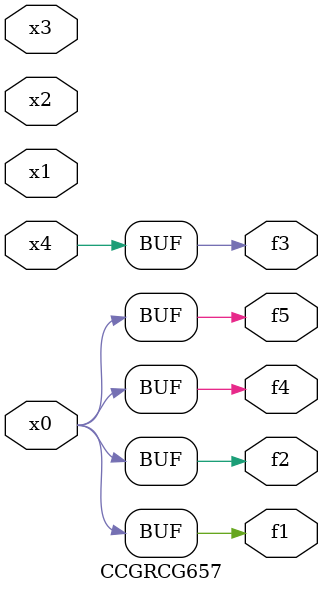
<source format=v>
module CCGRCG657(
	input x0, x1, x2, x3, x4,
	output f1, f2, f3, f4, f5
);
	assign f1 = x0;
	assign f2 = x0;
	assign f3 = x4;
	assign f4 = x0;
	assign f5 = x0;
endmodule

</source>
